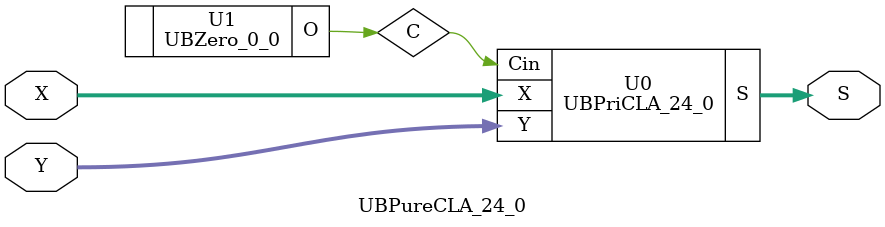
<source format=v>
/*----------------------------------------------------------------------------
  Copyright (c) 2021 Homma laboratory. All rights reserved.

  Top module: UBCLA_24_0_24_0

  Operand-1 length: 25
  Operand-2 length: 25
  Two-operand addition algorithm: Carry look-ahead adder
----------------------------------------------------------------------------*/

module GPGenerator(Go, Po, A, B);
  output Go;
  output Po;
  input A;
  input B;
  assign Go = A & B;
  assign Po = A ^ B;
endmodule

module CLAUnit_25(C, G, P, Cin);
  output [25:1] C;
  input Cin;
  input [24:0] G;
  input [24:0] P;
  assign C[1] = G[0] | ( P[0] & Cin );
  assign C[2] = G[1] | ( P[1] & G[0] ) | ( P[1] & P[0] & Cin );
  assign C[3] = G[2] | ( P[2] & G[1] ) | ( P[2] & P[1] & G[0] ) | ( P[2] & P[1] & P[0] & Cin );
  assign C[4] = G[3] | ( P[3] & G[2] ) | ( P[3] & P[2] & G[1] ) | ( P[3] & P[2] & P[1] & G[0] ) | ( P[3] & P[2] & P[1] & P[0] & Cin );
  assign C[5] = G[4] | ( P[4] & G[3] ) | ( P[4] & P[3] & G[2] ) | ( P[4] & P[3] & P[2] & G[1] ) | ( P[4] & P[3] & P[2] & P[1] & G[0] ) | ( P[4] & P[3] & P[2] & P[1] & P[0] & Cin );
  assign C[6] = G[5] | ( P[5] & G[4] ) | ( P[5] & P[4] & G[3] ) | ( P[5] & P[4] & P[3] & G[2] ) | ( P[5] & P[4] & P[3] & P[2] & G[1] ) | ( P[5] & P[4] & P[3] & P[2] & P[1] & G[0] ) | ( P[5] & P[4] & P[3]
 & P[2] & P[1] & P[0] & Cin );
  assign C[7] = G[6] | ( P[6] & G[5] ) | ( P[6] & P[5] & G[4] ) | ( P[6] & P[5] & P[4] & G[3] ) | ( P[6] & P[5] & P[4] & P[3] & G[2] ) | ( P[6] & P[5] & P[4] & P[3] & P[2] & G[1] ) | ( P[6] & P[5] & P[4]
 & P[3] & P[2] & P[1] & G[0] ) | ( P[6] & P[5] & P[4] & P[3] & P[2] & P[1] & P[0] & Cin );
  assign C[8] = G[7] | ( P[7] & G[6] ) | ( P[7] & P[6] & G[5] ) | ( P[7] & P[6] & P[5] & G[4] ) | ( P[7] & P[6] & P[5] & P[4] & G[3] ) | ( P[7] & P[6] & P[5] & P[4] & P[3] & G[2] ) | ( P[7] & P[6] & P[5]
 & P[4] & P[3] & P[2] & G[1] ) | ( P[7] & P[6] & P[5] & P[4] & P[3] & P[2] & P[1] & G[0] ) | ( P[7] & P[6] & P[5] & P[4] & P[3] & P[2] & P[1] & P[0] & Cin );
  assign C[9] = G[8] | ( P[8] & G[7] ) | ( P[8] & P[7] & G[6] ) | ( P[8] & P[7] & P[6] & G[5] ) | ( P[8] & P[7] & P[6] & P[5] & G[4] ) | ( P[8] & P[7] & P[6] & P[5] & P[4] & G[3] ) | ( P[8] & P[7] & P[6]
 & P[5] & P[4] & P[3] & G[2] ) | ( P[8] & P[7] & P[6] & P[5] & P[4] & P[3] & P[2] & G[1] ) | ( P[8] & P[7] & P[6] & P[5] & P[4] & P[3] & P[2] & P[1] & G[0] ) | ( P[8] & P[7] & P[6] & P[5] & P[4] & P[3]
 & P[2] & P[1] & P[0] & Cin );
  assign C[10] = G[9] | ( P[9] & G[8] ) | ( P[9] & P[8] & G[7] ) | ( P[9] & P[8] & P[7] & G[6] ) | ( P[9] & P[8] & P[7] & P[6] & G[5] ) | ( P[9] & P[8] & P[7] & P[6] & P[5] & G[4] ) | ( P[9] & P[8] & P[7]
 & P[6] & P[5] & P[4] & G[3] ) | ( P[9] & P[8] & P[7] & P[6] & P[5] & P[4] & P[3] & G[2] ) | ( P[9] & P[8] & P[7] & P[6] & P[5] & P[4] & P[3] & P[2] & G[1] ) | ( P[9] & P[8] & P[7] & P[6] & P[5] & P[4]
 & P[3] & P[2] & P[1] & G[0] ) | ( P[9] & P[8] & P[7] & P[6] & P[5] & P[4] & P[3] & P[2] & P[1] & P[0] & Cin );
  assign C[11] = G[10] | ( P[10] & G[9] ) | ( P[10] & P[9] & G[8] ) | ( P[10] & P[9] & P[8] & G[7] ) | ( P[10] & P[9] & P[8] & P[7] & G[6] ) | ( P[10] & P[9] & P[8] & P[7] & P[6] & G[5] ) | ( P[10] & P[9]
 & P[8] & P[7] & P[6] & P[5] & G[4] ) | ( P[10] & P[9] & P[8] & P[7] & P[6] & P[5] & P[4] & G[3] ) | ( P[10] & P[9] & P[8] & P[7] & P[6] & P[5] & P[4] & P[3] & G[2] ) | ( P[10] & P[9] & P[8] & P[7] & P[6]
 & P[5] & P[4] & P[3] & P[2] & G[1] ) | ( P[10] & P[9] & P[8] & P[7] & P[6] & P[5] & P[4] & P[3] & P[2] & P[1] & G[0] ) | ( P[10] & P[9] & P[8] & P[7] & P[6] & P[5] & P[4] & P[3] & P[2] & P[1] & P[0] &
 Cin );
  assign C[12] = G[11] | ( P[11] & G[10] ) | ( P[11] & P[10] & G[9] ) | ( P[11] & P[10] & P[9] & G[8] ) | ( P[11] & P[10] & P[9] & P[8] & G[7] ) | ( P[11] & P[10] & P[9] & P[8] & P[7] & G[6] ) | ( P[11]
 & P[10] & P[9] & P[8] & P[7] & P[6] & G[5] ) | ( P[11] & P[10] & P[9] & P[8] & P[7] & P[6] & P[5] & G[4] ) | ( P[11] & P[10] & P[9] & P[8] & P[7] & P[6] & P[5] & P[4] & G[3] ) | ( P[11] & P[10] & P[9]
 & P[8] & P[7] & P[6] & P[5] & P[4] & P[3] & G[2] ) | ( P[11] & P[10] & P[9] & P[8] & P[7] & P[6] & P[5] & P[4] & P[3] & P[2] & G[1] ) | ( P[11] & P[10] & P[9] & P[8] & P[7] & P[6] & P[5] & P[4] & P[3]
 & P[2] & P[1] & G[0] ) | ( P[11] & P[10] & P[9] & P[8] & P[7] & P[6] & P[5] & P[4] & P[3] & P[2] & P[1] & P[0] & Cin );
  assign C[13] = G[12] | ( P[12] & G[11] ) | ( P[12] & P[11] & G[10] ) | ( P[12] & P[11] & P[10] & G[9] ) | ( P[12] & P[11] & P[10] & P[9] & G[8] ) | ( P[12] & P[11] & P[10] & P[9] & P[8] & G[7] ) | ( P[12]
 & P[11] & P[10] & P[9] & P[8] & P[7] & G[6] ) | ( P[12] & P[11] & P[10] & P[9] & P[8] & P[7] & P[6] & G[5] ) | ( P[12] & P[11] & P[10] & P[9] & P[8] & P[7] & P[6] & P[5] & G[4] ) | ( P[12] & P[11] & P[10]
 & P[9] & P[8] & P[7] & P[6] & P[5] & P[4] & G[3] ) | ( P[12] & P[11] & P[10] & P[9] & P[8] & P[7] & P[6] & P[5] & P[4] & P[3] & G[2] ) | ( P[12] & P[11] & P[10] & P[9] & P[8] & P[7] & P[6] & P[5] & P[4]
 & P[3] & P[2] & G[1] ) | ( P[12] & P[11] & P[10] & P[9] & P[8] & P[7] & P[6] & P[5] & P[4] & P[3] & P[2] & P[1] & G[0] ) | ( P[12] & P[11] & P[10] & P[9] & P[8] & P[7] & P[6] & P[5] & P[4] & P[3] & P[2]
 & P[1] & P[0] & Cin );
  assign C[14] = G[13] | ( P[13] & G[12] ) | ( P[13] & P[12] & G[11] ) | ( P[13] & P[12] & P[11] & G[10] ) | ( P[13] & P[12] & P[11] & P[10] & G[9] ) | ( P[13] & P[12] & P[11] & P[10] & P[9] & G[8] ) |
 ( P[13] & P[12] & P[11] & P[10] & P[9] & P[8] & G[7] ) | ( P[13] & P[12] & P[11] & P[10] & P[9] & P[8] & P[7] & G[6] ) | ( P[13] & P[12] & P[11] & P[10] & P[9] & P[8] & P[7] & P[6] & G[5] ) | ( P[13] &
 P[12] & P[11] & P[10] & P[9] & P[8] & P[7] & P[6] & P[5] & G[4] ) | ( P[13] & P[12] & P[11] & P[10] & P[9] & P[8] & P[7] & P[6] & P[5] & P[4] & G[3] ) | ( P[13] & P[12] & P[11] & P[10] & P[9] & P[8] &
 P[7] & P[6] & P[5] & P[4] & P[3] & G[2] ) | ( P[13] & P[12] & P[11] & P[10] & P[9] & P[8] & P[7] & P[6] & P[5] & P[4] & P[3] & P[2] & G[1] ) | ( P[13] & P[12] & P[11] & P[10] & P[9] & P[8] & P[7] & P[6]
 & P[5] & P[4] & P[3] & P[2] & P[1] & G[0] ) | ( P[13] & P[12] & P[11] & P[10] & P[9] & P[8] & P[7] & P[6] & P[5] & P[4] & P[3] & P[2] & P[1] & P[0] & Cin );
  assign C[15] = G[14] | ( P[14] & G[13] ) | ( P[14] & P[13] & G[12] ) | ( P[14] & P[13] & P[12] & G[11] ) | ( P[14] & P[13] & P[12] & P[11] & G[10] ) | ( P[14] & P[13] & P[12] & P[11] & P[10] & G[9] )
 | ( P[14] & P[13] & P[12] & P[11] & P[10] & P[9] & G[8] ) | ( P[14] & P[13] & P[12] & P[11] & P[10] & P[9] & P[8] & G[7] ) | ( P[14] & P[13] & P[12] & P[11] & P[10] & P[9] & P[8] & P[7] & G[6] ) | ( P[14]
 & P[13] & P[12] & P[11] & P[10] & P[9] & P[8] & P[7] & P[6] & G[5] ) | ( P[14] & P[13] & P[12] & P[11] & P[10] & P[9] & P[8] & P[7] & P[6] & P[5] & G[4] ) | ( P[14] & P[13] & P[12] & P[11] & P[10] & P[9]
 & P[8] & P[7] & P[6] & P[5] & P[4] & G[3] ) | ( P[14] & P[13] & P[12] & P[11] & P[10] & P[9] & P[8] & P[7] & P[6] & P[5] & P[4] & P[3] & G[2] ) | ( P[14] & P[13] & P[12] & P[11] & P[10] & P[9] & P[8] &
 P[7] & P[6] & P[5] & P[4] & P[3] & P[2] & G[1] ) | ( P[14] & P[13] & P[12] & P[11] & P[10] & P[9] & P[8] & P[7] & P[6] & P[5] & P[4] & P[3] & P[2] & P[1] & G[0] ) | ( P[14] & P[13] & P[12] & P[11] & P[10]
 & P[9] & P[8] & P[7] & P[6] & P[5] & P[4] & P[3] & P[2] & P[1] & P[0] & Cin );
  assign C[16] = G[15] | ( P[15] & G[14] ) | ( P[15] & P[14] & G[13] ) | ( P[15] & P[14] & P[13] & G[12] ) | ( P[15] & P[14] & P[13] & P[12] & G[11] ) | ( P[15] & P[14] & P[13] & P[12] & P[11] & G[10] )
 | ( P[15] & P[14] & P[13] & P[12] & P[11] & P[10] & G[9] ) | ( P[15] & P[14] & P[13] & P[12] & P[11] & P[10] & P[9] & G[8] ) | ( P[15] & P[14] & P[13] & P[12] & P[11] & P[10] & P[9] & P[8] & G[7] ) | (
 P[15] & P[14] & P[13] & P[12] & P[11] & P[10] & P[9] & P[8] & P[7] & G[6] ) | ( P[15] & P[14] & P[13] & P[12] & P[11] & P[10] & P[9] & P[8] & P[7] & P[6] & G[5] ) | ( P[15] & P[14] & P[13] & P[12] & P[11]
 & P[10] & P[9] & P[8] & P[7] & P[6] & P[5] & G[4] ) | ( P[15] & P[14] & P[13] & P[12] & P[11] & P[10] & P[9] & P[8] & P[7] & P[6] & P[5] & P[4] & G[3] ) | ( P[15] & P[14] & P[13] & P[12] & P[11] & P[10]
 & P[9] & P[8] & P[7] & P[6] & P[5] & P[4] & P[3] & G[2] ) | ( P[15] & P[14] & P[13] & P[12] & P[11] & P[10] & P[9] & P[8] & P[7] & P[6] & P[5] & P[4] & P[3] & P[2] & G[1] ) | ( P[15] & P[14] & P[13] &
 P[12] & P[11] & P[10] & P[9] & P[8] & P[7] & P[6] & P[5] & P[4] & P[3] & P[2] & P[1] & G[0] ) | ( P[15] & P[14] & P[13] & P[12] & P[11] & P[10] & P[9] & P[8] & P[7] & P[6] & P[5] & P[4] & P[3] & P[2] &
 P[1] & P[0] & Cin );
  assign C[17] = G[16] | ( P[16] & G[15] ) | ( P[16] & P[15] & G[14] ) | ( P[16] & P[15] & P[14] & G[13] ) | ( P[16] & P[15] & P[14] & P[13] & G[12] ) | ( P[16] & P[15] & P[14] & P[13] & P[12] & G[11] )
 | ( P[16] & P[15] & P[14] & P[13] & P[12] & P[11] & G[10] ) | ( P[16] & P[15] & P[14] & P[13] & P[12] & P[11] & P[10] & G[9] ) | ( P[16] & P[15] & P[14] & P[13] & P[12] & P[11] & P[10] & P[9] & G[8] )
 | ( P[16] & P[15] & P[14] & P[13] & P[12] & P[11] & P[10] & P[9] & P[8] & G[7] ) | ( P[16] & P[15] & P[14] & P[13] & P[12] & P[11] & P[10] & P[9] & P[8] & P[7] & G[6] ) | ( P[16] & P[15] & P[14] & P[13]
 & P[12] & P[11] & P[10] & P[9] & P[8] & P[7] & P[6] & G[5] ) | ( P[16] & P[15] & P[14] & P[13] & P[12] & P[11] & P[10] & P[9] & P[8] & P[7] & P[6] & P[5] & G[4] ) | ( P[16] & P[15] & P[14] & P[13] & P[12]
 & P[11] & P[10] & P[9] & P[8] & P[7] & P[6] & P[5] & P[4] & G[3] ) | ( P[16] & P[15] & P[14] & P[13] & P[12] & P[11] & P[10] & P[9] & P[8] & P[7] & P[6] & P[5] & P[4] & P[3] & G[2] ) | ( P[16] & P[15]
 & P[14] & P[13] & P[12] & P[11] & P[10] & P[9] & P[8] & P[7] & P[6] & P[5] & P[4] & P[3] & P[2] & G[1] ) | ( P[16] & P[15] & P[14] & P[13] & P[12] & P[11] & P[10] & P[9] & P[8] & P[7] & P[6] & P[5] & P[4]
 & P[3] & P[2] & P[1] & G[0] ) | ( P[16] & P[15] & P[14] & P[13] & P[12] & P[11] & P[10] & P[9] & P[8] & P[7] & P[6] & P[5] & P[4] & P[3] & P[2] & P[1] & P[0] & Cin );
  assign C[18] = G[17] | ( P[17] & G[16] ) | ( P[17] & P[16] & G[15] ) | ( P[17] & P[16] & P[15] & G[14] ) | ( P[17] & P[16] & P[15] & P[14] & G[13] ) | ( P[17] & P[16] & P[15] & P[14] & P[13] & G[12] )
 | ( P[17] & P[16] & P[15] & P[14] & P[13] & P[12] & G[11] ) | ( P[17] & P[16] & P[15] & P[14] & P[13] & P[12] & P[11] & G[10] ) | ( P[17] & P[16] & P[15] & P[14] & P[13] & P[12] & P[11] & P[10] & G[9]
 ) | ( P[17] & P[16] & P[15] & P[14] & P[13] & P[12] & P[11] & P[10] & P[9] & G[8] ) | ( P[17] & P[16] & P[15] & P[14] & P[13] & P[12] & P[11] & P[10] & P[9] & P[8] & G[7] ) | ( P[17] & P[16] & P[15] &
 P[14] & P[13] & P[12] & P[11] & P[10] & P[9] & P[8] & P[7] & G[6] ) | ( P[17] & P[16] & P[15] & P[14] & P[13] & P[12] & P[11] & P[10] & P[9] & P[8] & P[7] & P[6] & G[5] ) | ( P[17] & P[16] & P[15] & P[14]
 & P[13] & P[12] & P[11] & P[10] & P[9] & P[8] & P[7] & P[6] & P[5] & G[4] ) | ( P[17] & P[16] & P[15] & P[14] & P[13] & P[12] & P[11] & P[10] & P[9] & P[8] & P[7] & P[6] & P[5] & P[4] & G[3] ) | ( P[17]
 & P[16] & P[15] & P[14] & P[13] & P[12] & P[11] & P[10] & P[9] & P[8] & P[7] & P[6] & P[5] & P[4] & P[3] & G[2] ) | ( P[17] & P[16] & P[15] & P[14] & P[13] & P[12] & P[11] & P[10] & P[9] & P[8] & P[7]
 & P[6] & P[5] & P[4] & P[3] & P[2] & G[1] ) | ( P[17] & P[16] & P[15] & P[14] & P[13] & P[12] & P[11] & P[10] & P[9] & P[8] & P[7] & P[6] & P[5] & P[4] & P[3] & P[2] & P[1] & G[0] ) | ( P[17] & P[16] &
 P[15] & P[14] & P[13] & P[12] & P[11] & P[10] & P[9] & P[8] & P[7] & P[6] & P[5] & P[4] & P[3] & P[2] & P[1] & P[0] & Cin );
  assign C[19] = G[18] | ( P[18] & G[17] ) | ( P[18] & P[17] & G[16] ) | ( P[18] & P[17] & P[16] & G[15] ) | ( P[18] & P[17] & P[16] & P[15] & G[14] ) | ( P[18] & P[17] & P[16] & P[15] & P[14] & G[13] )
 | ( P[18] & P[17] & P[16] & P[15] & P[14] & P[13] & G[12] ) | ( P[18] & P[17] & P[16] & P[15] & P[14] & P[13] & P[12] & G[11] ) | ( P[18] & P[17] & P[16] & P[15] & P[14] & P[13] & P[12] & P[11] & G[10]
 ) | ( P[18] & P[17] & P[16] & P[15] & P[14] & P[13] & P[12] & P[11] & P[10] & G[9] ) | ( P[18] & P[17] & P[16] & P[15] & P[14] & P[13] & P[12] & P[11] & P[10] & P[9] & G[8] ) | ( P[18] & P[17] & P[16]
 & P[15] & P[14] & P[13] & P[12] & P[11] & P[10] & P[9] & P[8] & G[7] ) | ( P[18] & P[17] & P[16] & P[15] & P[14] & P[13] & P[12] & P[11] & P[10] & P[9] & P[8] & P[7] & G[6] ) | ( P[18] & P[17] & P[16]
 & P[15] & P[14] & P[13] & P[12] & P[11] & P[10] & P[9] & P[8] & P[7] & P[6] & G[5] ) | ( P[18] & P[17] & P[16] & P[15] & P[14] & P[13] & P[12] & P[11] & P[10] & P[9] & P[8] & P[7] & P[6] & P[5] & G[4]
 ) | ( P[18] & P[17] & P[16] & P[15] & P[14] & P[13] & P[12] & P[11] & P[10] & P[9] & P[8] & P[7] & P[6] & P[5] & P[4] & G[3] ) | ( P[18] & P[17] & P[16] & P[15] & P[14] & P[13] & P[12] & P[11] & P[10]
 & P[9] & P[8] & P[7] & P[6] & P[5] & P[4] & P[3] & G[2] ) | ( P[18] & P[17] & P[16] & P[15] & P[14] & P[13] & P[12] & P[11] & P[10] & P[9] & P[8] & P[7] & P[6] & P[5] & P[4] & P[3] & P[2] & G[1] ) | (
 P[18] & P[17] & P[16] & P[15] & P[14] & P[13] & P[12] & P[11] & P[10] & P[9] & P[8] & P[7] & P[6] & P[5] & P[4] & P[3] & P[2] & P[1] & G[0] ) | ( P[18] & P[17] & P[16] & P[15] & P[14] & P[13] & P[12] &
 P[11] & P[10] & P[9] & P[8] & P[7] & P[6] & P[5] & P[4] & P[3] & P[2] & P[1] & P[0] & Cin );
  assign C[20] = G[19] | ( P[19] & G[18] ) | ( P[19] & P[18] & G[17] ) | ( P[19] & P[18] & P[17] & G[16] ) | ( P[19] & P[18] & P[17] & P[16] & G[15] ) | ( P[19] & P[18] & P[17] & P[16] & P[15] & G[14] )
 | ( P[19] & P[18] & P[17] & P[16] & P[15] & P[14] & G[13] ) | ( P[19] & P[18] & P[17] & P[16] & P[15] & P[14] & P[13] & G[12] ) | ( P[19] & P[18] & P[17] & P[16] & P[15] & P[14] & P[13] & P[12] & G[11]
 ) | ( P[19] & P[18] & P[17] & P[16] & P[15] & P[14] & P[13] & P[12] & P[11] & G[10] ) | ( P[19] & P[18] & P[17] & P[16] & P[15] & P[14] & P[13] & P[12] & P[11] & P[10] & G[9] ) | ( P[19] & P[18] & P[17]
 & P[16] & P[15] & P[14] & P[13] & P[12] & P[11] & P[10] & P[9] & G[8] ) | ( P[19] & P[18] & P[17] & P[16] & P[15] & P[14] & P[13] & P[12] & P[11] & P[10] & P[9] & P[8] & G[7] ) | ( P[19] & P[18] & P[17]
 & P[16] & P[15] & P[14] & P[13] & P[12] & P[11] & P[10] & P[9] & P[8] & P[7] & G[6] ) | ( P[19] & P[18] & P[17] & P[16] & P[15] & P[14] & P[13] & P[12] & P[11] & P[10] & P[9] & P[8] & P[7] & P[6] & G[5]
 ) | ( P[19] & P[18] & P[17] & P[16] & P[15] & P[14] & P[13] & P[12] & P[11] & P[10] & P[9] & P[8] & P[7] & P[6] & P[5] & G[4] ) | ( P[19] & P[18] & P[17] & P[16] & P[15] & P[14] & P[13] & P[12] & P[11]
 & P[10] & P[9] & P[8] & P[7] & P[6] & P[5] & P[4] & G[3] ) | ( P[19] & P[18] & P[17] & P[16] & P[15] & P[14] & P[13] & P[12] & P[11] & P[10] & P[9] & P[8] & P[7] & P[6] & P[5] & P[4] & P[3] & G[2] ) |
 ( P[19] & P[18] & P[17] & P[16] & P[15] & P[14] & P[13] & P[12] & P[11] & P[10] & P[9] & P[8] & P[7] & P[6] & P[5] & P[4] & P[3] & P[2] & G[1] ) | ( P[19] & P[18] & P[17] & P[16] & P[15] & P[14] & P[13]
 & P[12] & P[11] & P[10] & P[9] & P[8] & P[7] & P[6] & P[5] & P[4] & P[3] & P[2] & P[1] & G[0] ) | ( P[19] & P[18] & P[17] & P[16] & P[15] & P[14] & P[13] & P[12] & P[11] & P[10] & P[9] & P[8] & P[7] &
 P[6] & P[5] & P[4] & P[3] & P[2] & P[1] & P[0] & Cin );
  assign C[21] = G[20] | ( P[20] & G[19] ) | ( P[20] & P[19] & G[18] ) | ( P[20] & P[19] & P[18] & G[17] ) | ( P[20] & P[19] & P[18] & P[17] & G[16] ) | ( P[20] & P[19] & P[18] & P[17] & P[16] & G[15] )
 | ( P[20] & P[19] & P[18] & P[17] & P[16] & P[15] & G[14] ) | ( P[20] & P[19] & P[18] & P[17] & P[16] & P[15] & P[14] & G[13] ) | ( P[20] & P[19] & P[18] & P[17] & P[16] & P[15] & P[14] & P[13] & G[12]
 ) | ( P[20] & P[19] & P[18] & P[17] & P[16] & P[15] & P[14] & P[13] & P[12] & G[11] ) | ( P[20] & P[19] & P[18] & P[17] & P[16] & P[15] & P[14] & P[13] & P[12] & P[11] & G[10] ) | ( P[20] & P[19] & P[18]
 & P[17] & P[16] & P[15] & P[14] & P[13] & P[12] & P[11] & P[10] & G[9] ) | ( P[20] & P[19] & P[18] & P[17] & P[16] & P[15] & P[14] & P[13] & P[12] & P[11] & P[10] & P[9] & G[8] ) | ( P[20] & P[19] & P[18]
 & P[17] & P[16] & P[15] & P[14] & P[13] & P[12] & P[11] & P[10] & P[9] & P[8] & G[7] ) | ( P[20] & P[19] & P[18] & P[17] & P[16] & P[15] & P[14] & P[13] & P[12] & P[11] & P[10] & P[9] & P[8] & P[7] & G[6]
 ) | ( P[20] & P[19] & P[18] & P[17] & P[16] & P[15] & P[14] & P[13] & P[12] & P[11] & P[10] & P[9] & P[8] & P[7] & P[6] & G[5] ) | ( P[20] & P[19] & P[18] & P[17] & P[16] & P[15] & P[14] & P[13] & P[12]
 & P[11] & P[10] & P[9] & P[8] & P[7] & P[6] & P[5] & G[4] ) | ( P[20] & P[19] & P[18] & P[17] & P[16] & P[15] & P[14] & P[13] & P[12] & P[11] & P[10] & P[9] & P[8] & P[7] & P[6] & P[5] & P[4] & G[3] )
 | ( P[20] & P[19] & P[18] & P[17] & P[16] & P[15] & P[14] & P[13] & P[12] & P[11] & P[10] & P[9] & P[8] & P[7] & P[6] & P[5] & P[4] & P[3] & G[2] ) | ( P[20] & P[19] & P[18] & P[17] & P[16] & P[15] & P[14]
 & P[13] & P[12] & P[11] & P[10] & P[9] & P[8] & P[7] & P[6] & P[5] & P[4] & P[3] & P[2] & G[1] ) | ( P[20] & P[19] & P[18] & P[17] & P[16] & P[15] & P[14] & P[13] & P[12] & P[11] & P[10] & P[9] & P[8]
 & P[7] & P[6] & P[5] & P[4] & P[3] & P[2] & P[1] & G[0] ) | ( P[20] & P[19] & P[18] & P[17] & P[16] & P[15] & P[14] & P[13] & P[12] & P[11] & P[10] & P[9] & P[8] & P[7] & P[6] & P[5] & P[4] & P[3] & P[2]
 & P[1] & P[0] & Cin );
  assign C[22] = G[21] | ( P[21] & G[20] ) | ( P[21] & P[20] & G[19] ) | ( P[21] & P[20] & P[19] & G[18] ) | ( P[21] & P[20] & P[19] & P[18] & G[17] ) | ( P[21] & P[20] & P[19] & P[18] & P[17] & G[16] )
 | ( P[21] & P[20] & P[19] & P[18] & P[17] & P[16] & G[15] ) | ( P[21] & P[20] & P[19] & P[18] & P[17] & P[16] & P[15] & G[14] ) | ( P[21] & P[20] & P[19] & P[18] & P[17] & P[16] & P[15] & P[14] & G[13]
 ) | ( P[21] & P[20] & P[19] & P[18] & P[17] & P[16] & P[15] & P[14] & P[13] & G[12] ) | ( P[21] & P[20] & P[19] & P[18] & P[17] & P[16] & P[15] & P[14] & P[13] & P[12] & G[11] ) | ( P[21] & P[20] & P[19]
 & P[18] & P[17] & P[16] & P[15] & P[14] & P[13] & P[12] & P[11] & G[10] ) | ( P[21] & P[20] & P[19] & P[18] & P[17] & P[16] & P[15] & P[14] & P[13] & P[12] & P[11] & P[10] & G[9] ) | ( P[21] & P[20] &
 P[19] & P[18] & P[17] & P[16] & P[15] & P[14] & P[13] & P[12] & P[11] & P[10] & P[9] & G[8] ) | ( P[21] & P[20] & P[19] & P[18] & P[17] & P[16] & P[15] & P[14] & P[13] & P[12] & P[11] & P[10] & P[9] &
 P[8] & G[7] ) | ( P[21] & P[20] & P[19] & P[18] & P[17] & P[16] & P[15] & P[14] & P[13] & P[12] & P[11] & P[10] & P[9] & P[8] & P[7] & G[6] ) | ( P[21] & P[20] & P[19] & P[18] & P[17] & P[16] & P[15] &
 P[14] & P[13] & P[12] & P[11] & P[10] & P[9] & P[8] & P[7] & P[6] & G[5] ) | ( P[21] & P[20] & P[19] & P[18] & P[17] & P[16] & P[15] & P[14] & P[13] & P[12] & P[11] & P[10] & P[9] & P[8] & P[7] & P[6]
 & P[5] & G[4] ) | ( P[21] & P[20] & P[19] & P[18] & P[17] & P[16] & P[15] & P[14] & P[13] & P[12] & P[11] & P[10] & P[9] & P[8] & P[7] & P[6] & P[5] & P[4] & G[3] ) | ( P[21] & P[20] & P[19] & P[18] &
 P[17] & P[16] & P[15] & P[14] & P[13] & P[12] & P[11] & P[10] & P[9] & P[8] & P[7] & P[6] & P[5] & P[4] & P[3] & G[2] ) | ( P[21] & P[20] & P[19] & P[18] & P[17] & P[16] & P[15] & P[14] & P[13] & P[12]
 & P[11] & P[10] & P[9] & P[8] & P[7] & P[6] & P[5] & P[4] & P[3] & P[2] & G[1] ) | ( P[21] & P[20] & P[19] & P[18] & P[17] & P[16] & P[15] & P[14] & P[13] & P[12] & P[11] & P[10] & P[9] & P[8] & P[7] &
 P[6] & P[5] & P[4] & P[3] & P[2] & P[1] & G[0] ) | ( P[21] & P[20] & P[19] & P[18] & P[17] & P[16] & P[15] & P[14] & P[13] & P[12] & P[11] & P[10] & P[9] & P[8] & P[7] & P[6] & P[5] & P[4] & P[3] & P[2]
 & P[1] & P[0] & Cin );
  assign C[23] = G[22] | ( P[22] & G[21] ) | ( P[22] & P[21] & G[20] ) | ( P[22] & P[21] & P[20] & G[19] ) | ( P[22] & P[21] & P[20] & P[19] & G[18] ) | ( P[22] & P[21] & P[20] & P[19] & P[18] & G[17] )
 | ( P[22] & P[21] & P[20] & P[19] & P[18] & P[17] & G[16] ) | ( P[22] & P[21] & P[20] & P[19] & P[18] & P[17] & P[16] & G[15] ) | ( P[22] & P[21] & P[20] & P[19] & P[18] & P[17] & P[16] & P[15] & G[14]
 ) | ( P[22] & P[21] & P[20] & P[19] & P[18] & P[17] & P[16] & P[15] & P[14] & G[13] ) | ( P[22] & P[21] & P[20] & P[19] & P[18] & P[17] & P[16] & P[15] & P[14] & P[13] & G[12] ) | ( P[22] & P[21] & P[20]
 & P[19] & P[18] & P[17] & P[16] & P[15] & P[14] & P[13] & P[12] & G[11] ) | ( P[22] & P[21] & P[20] & P[19] & P[18] & P[17] & P[16] & P[15] & P[14] & P[13] & P[12] & P[11] & G[10] ) | ( P[22] & P[21] &
 P[20] & P[19] & P[18] & P[17] & P[16] & P[15] & P[14] & P[13] & P[12] & P[11] & P[10] & G[9] ) | ( P[22] & P[21] & P[20] & P[19] & P[18] & P[17] & P[16] & P[15] & P[14] & P[13] & P[12] & P[11] & P[10]
 & P[9] & G[8] ) | ( P[22] & P[21] & P[20] & P[19] & P[18] & P[17] & P[16] & P[15] & P[14] & P[13] & P[12] & P[11] & P[10] & P[9] & P[8] & G[7] ) | ( P[22] & P[21] & P[20] & P[19] & P[18] & P[17] & P[16]
 & P[15] & P[14] & P[13] & P[12] & P[11] & P[10] & P[9] & P[8] & P[7] & G[6] ) | ( P[22] & P[21] & P[20] & P[19] & P[18] & P[17] & P[16] & P[15] & P[14] & P[13] & P[12] & P[11] & P[10] & P[9] & P[8] & P[7]
 & P[6] & G[5] ) | ( P[22] & P[21] & P[20] & P[19] & P[18] & P[17] & P[16] & P[15] & P[14] & P[13] & P[12] & P[11] & P[10] & P[9] & P[8] & P[7] & P[6] & P[5] & G[4] ) | ( P[22] & P[21] & P[20] & P[19] &
 P[18] & P[17] & P[16] & P[15] & P[14] & P[13] & P[12] & P[11] & P[10] & P[9] & P[8] & P[7] & P[6] & P[5] & P[4] & G[3] ) | ( P[22] & P[21] & P[20] & P[19] & P[18] & P[17] & P[16] & P[15] & P[14] & P[13]
 & P[12] & P[11] & P[10] & P[9] & P[8] & P[7] & P[6] & P[5] & P[4] & P[3] & G[2] ) | ( P[22] & P[21] & P[20] & P[19] & P[18] & P[17] & P[16] & P[15] & P[14] & P[13] & P[12] & P[11] & P[10] & P[9] & P[8]
 & P[7] & P[6] & P[5] & P[4] & P[3] & P[2] & G[1] ) | ( P[22] & P[21] & P[20] & P[19] & P[18] & P[17] & P[16] & P[15] & P[14] & P[13] & P[12] & P[11] & P[10] & P[9] & P[8] & P[7] & P[6] & P[5] & P[4] &
 P[3] & P[2] & P[1] & G[0] ) | ( P[22] & P[21] & P[20] & P[19] & P[18] & P[17] & P[16] & P[15] & P[14] & P[13] & P[12] & P[11] & P[10] & P[9] & P[8] & P[7] & P[6] & P[5] & P[4] & P[3] & P[2] & P[1] & P[0]
 & Cin );
  assign C[24] = G[23] | ( P[23] & G[22] ) | ( P[23] & P[22] & G[21] ) | ( P[23] & P[22] & P[21] & G[20] ) | ( P[23] & P[22] & P[21] & P[20] & G[19] ) | ( P[23] & P[22] & P[21] & P[20] & P[19] & G[18] )
 | ( P[23] & P[22] & P[21] & P[20] & P[19] & P[18] & G[17] ) | ( P[23] & P[22] & P[21] & P[20] & P[19] & P[18] & P[17] & G[16] ) | ( P[23] & P[22] & P[21] & P[20] & P[19] & P[18] & P[17] & P[16] & G[15]
 ) | ( P[23] & P[22] & P[21] & P[20] & P[19] & P[18] & P[17] & P[16] & P[15] & G[14] ) | ( P[23] & P[22] & P[21] & P[20] & P[19] & P[18] & P[17] & P[16] & P[15] & P[14] & G[13] ) | ( P[23] & P[22] & P[21]
 & P[20] & P[19] & P[18] & P[17] & P[16] & P[15] & P[14] & P[13] & G[12] ) | ( P[23] & P[22] & P[21] & P[20] & P[19] & P[18] & P[17] & P[16] & P[15] & P[14] & P[13] & P[12] & G[11] ) | ( P[23] & P[22] &
 P[21] & P[20] & P[19] & P[18] & P[17] & P[16] & P[15] & P[14] & P[13] & P[12] & P[11] & G[10] ) | ( P[23] & P[22] & P[21] & P[20] & P[19] & P[18] & P[17] & P[16] & P[15] & P[14] & P[13] & P[12] & P[11]
 & P[10] & G[9] ) | ( P[23] & P[22] & P[21] & P[20] & P[19] & P[18] & P[17] & P[16] & P[15] & P[14] & P[13] & P[12] & P[11] & P[10] & P[9] & G[8] ) | ( P[23] & P[22] & P[21] & P[20] & P[19] & P[18] & P[17]
 & P[16] & P[15] & P[14] & P[13] & P[12] & P[11] & P[10] & P[9] & P[8] & G[7] ) | ( P[23] & P[22] & P[21] & P[20] & P[19] & P[18] & P[17] & P[16] & P[15] & P[14] & P[13] & P[12] & P[11] & P[10] & P[9] &
 P[8] & P[7] & G[6] ) | ( P[23] & P[22] & P[21] & P[20] & P[19] & P[18] & P[17] & P[16] & P[15] & P[14] & P[13] & P[12] & P[11] & P[10] & P[9] & P[8] & P[7] & P[6] & G[5] ) | ( P[23] & P[22] & P[21] & P[20]
 & P[19] & P[18] & P[17] & P[16] & P[15] & P[14] & P[13] & P[12] & P[11] & P[10] & P[9] & P[8] & P[7] & P[6] & P[5] & G[4] ) | ( P[23] & P[22] & P[21] & P[20] & P[19] & P[18] & P[17] & P[16] & P[15] & P[14]
 & P[13] & P[12] & P[11] & P[10] & P[9] & P[8] & P[7] & P[6] & P[5] & P[4] & G[3] ) | ( P[23] & P[22] & P[21] & P[20] & P[19] & P[18] & P[17] & P[16] & P[15] & P[14] & P[13] & P[12] & P[11] & P[10] & P[9]
 & P[8] & P[7] & P[6] & P[5] & P[4] & P[3] & G[2] ) | ( P[23] & P[22] & P[21] & P[20] & P[19] & P[18] & P[17] & P[16] & P[15] & P[14] & P[13] & P[12] & P[11] & P[10] & P[9] & P[8] & P[7] & P[6] & P[5] &
 P[4] & P[3] & P[2] & G[1] ) | ( P[23] & P[22] & P[21] & P[20] & P[19] & P[18] & P[17] & P[16] & P[15] & P[14] & P[13] & P[12] & P[11] & P[10] & P[9] & P[8] & P[7] & P[6] & P[5] & P[4] & P[3] & P[2] & P[1]
 & G[0] ) | ( P[23] & P[22] & P[21] & P[20] & P[19] & P[18] & P[17] & P[16] & P[15] & P[14] & P[13] & P[12] & P[11] & P[10] & P[9] & P[8] & P[7] & P[6] & P[5] & P[4] & P[3] & P[2] & P[1] & P[0] & Cin );
  assign C[25] = G[24] | ( P[24] & G[23] ) | ( P[24] & P[23] & G[22] ) | ( P[24] & P[23] & P[22] & G[21] ) | ( P[24] & P[23] & P[22] & P[21] & G[20] ) | ( P[24] & P[23] & P[22] & P[21] & P[20] & G[19] )
 | ( P[24] & P[23] & P[22] & P[21] & P[20] & P[19] & G[18] ) | ( P[24] & P[23] & P[22] & P[21] & P[20] & P[19] & P[18] & G[17] ) | ( P[24] & P[23] & P[22] & P[21] & P[20] & P[19] & P[18] & P[17] & G[16]
 ) | ( P[24] & P[23] & P[22] & P[21] & P[20] & P[19] & P[18] & P[17] & P[16] & G[15] ) | ( P[24] & P[23] & P[22] & P[21] & P[20] & P[19] & P[18] & P[17] & P[16] & P[15] & G[14] ) | ( P[24] & P[23] & P[22]
 & P[21] & P[20] & P[19] & P[18] & P[17] & P[16] & P[15] & P[14] & G[13] ) | ( P[24] & P[23] & P[22] & P[21] & P[20] & P[19] & P[18] & P[17] & P[16] & P[15] & P[14] & P[13] & G[12] ) | ( P[24] & P[23] &
 P[22] & P[21] & P[20] & P[19] & P[18] & P[17] & P[16] & P[15] & P[14] & P[13] & P[12] & G[11] ) | ( P[24] & P[23] & P[22] & P[21] & P[20] & P[19] & P[18] & P[17] & P[16] & P[15] & P[14] & P[13] & P[12]
 & P[11] & G[10] ) | ( P[24] & P[23] & P[22] & P[21] & P[20] & P[19] & P[18] & P[17] & P[16] & P[15] & P[14] & P[13] & P[12] & P[11] & P[10] & G[9] ) | ( P[24] & P[23] & P[22] & P[21] & P[20] & P[19] &
 P[18] & P[17] & P[16] & P[15] & P[14] & P[13] & P[12] & P[11] & P[10] & P[9] & G[8] ) | ( P[24] & P[23] & P[22] & P[21] & P[20] & P[19] & P[18] & P[17] & P[16] & P[15] & P[14] & P[13] & P[12] & P[11] &
 P[10] & P[9] & P[8] & G[7] ) | ( P[24] & P[23] & P[22] & P[21] & P[20] & P[19] & P[18] & P[17] & P[16] & P[15] & P[14] & P[13] & P[12] & P[11] & P[10] & P[9] & P[8] & P[7] & G[6] ) | ( P[24] & P[23] &
 P[22] & P[21] & P[20] & P[19] & P[18] & P[17] & P[16] & P[15] & P[14] & P[13] & P[12] & P[11] & P[10] & P[9] & P[8] & P[7] & P[6] & G[5] ) | ( P[24] & P[23] & P[22] & P[21] & P[20] & P[19] & P[18] & P[17]
 & P[16] & P[15] & P[14] & P[13] & P[12] & P[11] & P[10] & P[9] & P[8] & P[7] & P[6] & P[5] & G[4] ) | ( P[24] & P[23] & P[22] & P[21] & P[20] & P[19] & P[18] & P[17] & P[16] & P[15] & P[14] & P[13] & P[12]
 & P[11] & P[10] & P[9] & P[8] & P[7] & P[6] & P[5] & P[4] & G[3] ) | ( P[24] & P[23] & P[22] & P[21] & P[20] & P[19] & P[18] & P[17] & P[16] & P[15] & P[14] & P[13] & P[12] & P[11] & P[10] & P[9] & P[8]
 & P[7] & P[6] & P[5] & P[4] & P[3] & G[2] ) | ( P[24] & P[23] & P[22] & P[21] & P[20] & P[19] & P[18] & P[17] & P[16] & P[15] & P[14] & P[13] & P[12] & P[11] & P[10] & P[9] & P[8] & P[7] & P[6] & P[5]
 & P[4] & P[3] & P[2] & G[1] ) | ( P[24] & P[23] & P[22] & P[21] & P[20] & P[19] & P[18] & P[17] & P[16] & P[15] & P[14] & P[13] & P[12] & P[11] & P[10] & P[9] & P[8] & P[7] & P[6] & P[5] & P[4] & P[3]
 & P[2] & P[1] & G[0] ) | ( P[24] & P[23] & P[22] & P[21] & P[20] & P[19] & P[18] & P[17] & P[16] & P[15] & P[14] & P[13] & P[12] & P[11] & P[10] & P[9] & P[8] & P[7] & P[6] & P[5] & P[4] & P[3] & P[2]
 & P[1] & P[0] & Cin );
endmodule

module UBPriCLA_24_0(S, X, Y, Cin);
  output [25:0] S;
  input Cin;
  input [24:0] X;
  input [24:0] Y;
  wire [25:1] C;
  wire [24:0] G;
  wire [24:0] P;
  assign S[0] = Cin ^ P[0];
  assign S[1] = C[1] ^ P[1];
  assign S[2] = C[2] ^ P[2];
  assign S[3] = C[3] ^ P[3];
  assign S[4] = C[4] ^ P[4];
  assign S[5] = C[5] ^ P[5];
  assign S[6] = C[6] ^ P[6];
  assign S[7] = C[7] ^ P[7];
  assign S[8] = C[8] ^ P[8];
  assign S[9] = C[9] ^ P[9];
  assign S[10] = C[10] ^ P[10];
  assign S[11] = C[11] ^ P[11];
  assign S[12] = C[12] ^ P[12];
  assign S[13] = C[13] ^ P[13];
  assign S[14] = C[14] ^ P[14];
  assign S[15] = C[15] ^ P[15];
  assign S[16] = C[16] ^ P[16];
  assign S[17] = C[17] ^ P[17];
  assign S[18] = C[18] ^ P[18];
  assign S[19] = C[19] ^ P[19];
  assign S[20] = C[20] ^ P[20];
  assign S[21] = C[21] ^ P[21];
  assign S[22] = C[22] ^ P[22];
  assign S[23] = C[23] ^ P[23];
  assign S[24] = C[24] ^ P[24];
  assign S[25] = C[25];
  GPGenerator U0 (G[0], P[0], X[0], Y[0]);
  GPGenerator U1 (G[1], P[1], X[1], Y[1]);
  GPGenerator U2 (G[2], P[2], X[2], Y[2]);
  GPGenerator U3 (G[3], P[3], X[3], Y[3]);
  GPGenerator U4 (G[4], P[4], X[4], Y[4]);
  GPGenerator U5 (G[5], P[5], X[5], Y[5]);
  GPGenerator U6 (G[6], P[6], X[6], Y[6]);
  GPGenerator U7 (G[7], P[7], X[7], Y[7]);
  GPGenerator U8 (G[8], P[8], X[8], Y[8]);
  GPGenerator U9 (G[9], P[9], X[9], Y[9]);
  GPGenerator U10 (G[10], P[10], X[10], Y[10]);
  GPGenerator U11 (G[11], P[11], X[11], Y[11]);
  GPGenerator U12 (G[12], P[12], X[12], Y[12]);
  GPGenerator U13 (G[13], P[13], X[13], Y[13]);
  GPGenerator U14 (G[14], P[14], X[14], Y[14]);
  GPGenerator U15 (G[15], P[15], X[15], Y[15]);
  GPGenerator U16 (G[16], P[16], X[16], Y[16]);
  GPGenerator U17 (G[17], P[17], X[17], Y[17]);
  GPGenerator U18 (G[18], P[18], X[18], Y[18]);
  GPGenerator U19 (G[19], P[19], X[19], Y[19]);
  GPGenerator U20 (G[20], P[20], X[20], Y[20]);
  GPGenerator U21 (G[21], P[21], X[21], Y[21]);
  GPGenerator U22 (G[22], P[22], X[22], Y[22]);
  GPGenerator U23 (G[23], P[23], X[23], Y[23]);
  GPGenerator U24 (G[24], P[24], X[24], Y[24]);
  CLAUnit_25 U25 (C, G, P, Cin);
endmodule

module UBZero_0_0(O);
  output [0:0] O;
  assign O[0] = 0;
endmodule

module UBCLA_24_0_24_0 (S, X, Y);
  output [25:0] S;
  input [24:0] X;
  input [24:0] Y;
  UBPureCLA_24_0 U0 (S[25:0], X[24:0], Y[24:0]);
endmodule

module UBPureCLA_24_0 (S, X, Y);
  output [25:0] S;
  input [24:0] X;
  input [24:0] Y;
  wire C;
  UBPriCLA_24_0 U0 (S, X, Y, C);
  UBZero_0_0 U1 (C);
endmodule


</source>
